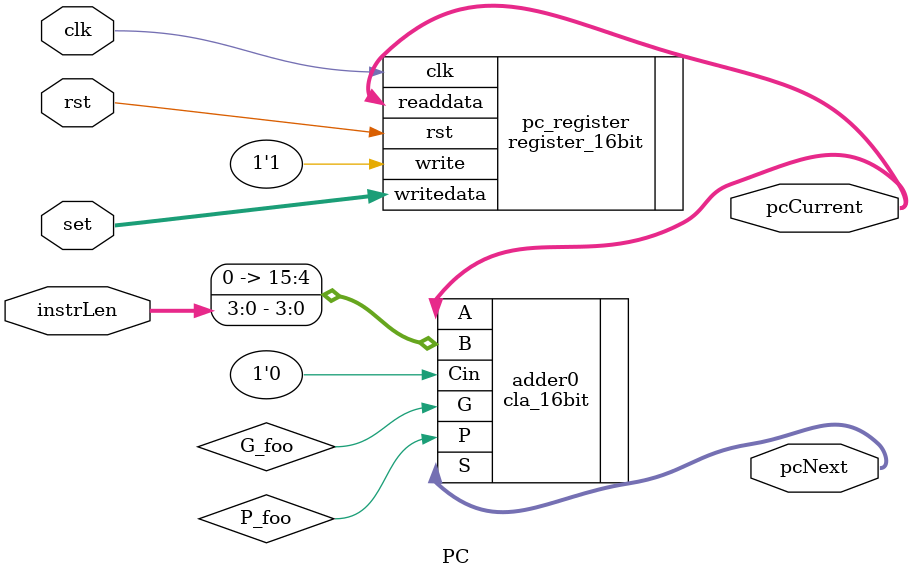
<source format=v>
module PC(
	output [15:0] pcCurrent,
	output [15:0] pcNext,
	input [3:0]	instrLen,
	input [15:0] set,
	input clk,
	input rst
);

    wire G_foo, P_foo;
	//PC register 
	register_16bit pc_register(
       // Outputs
       .readdata(pcCurrent),
       // Inputs
       .clk(clk), .rst(rst), .writedata(set), .write(1'b1)
    );

	cla_16bit adder0(	
		.S(pcNext),
		.G(G_foo),
        .P(P_foo),
        .A(pcCurrent),
        .B({12'b0, instrLen}),
        .Cin(1'b0)
    );

endmodule
</source>
